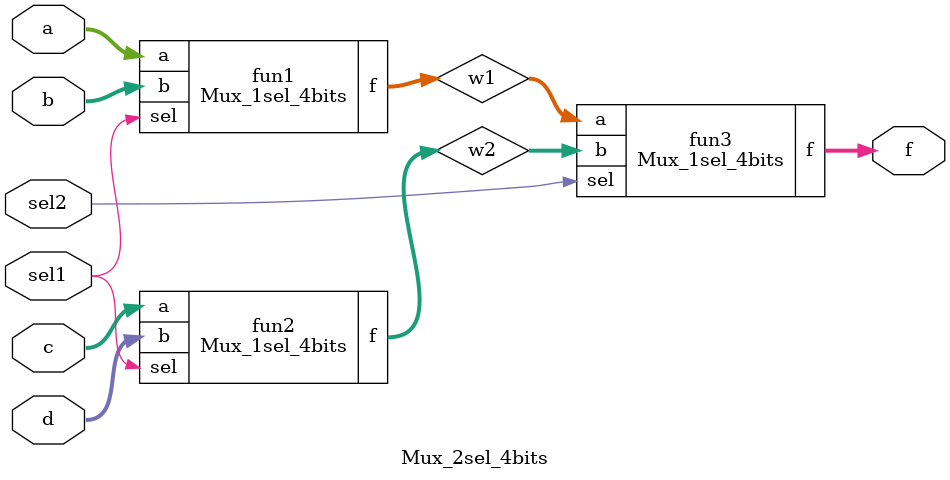
<source format=v>
`timescale 1ns/1ps

module Decode_and_Execute (op_code, rs, rt, rd);
input [3-1:0] op_code;
input [4-1:0] rs, rt;
output [4-1:0] rd;
wire [4-1:0] f1, f2, f3, f4, f5, f6, f7, f8;
wire [4-1:0] w1, w2;
// function 
add fun1(rs, rt, f1);
sub fun2(rs, rt, f2);
inc fun3(rs, rt, f3);
bitwise_nor fun4(rs, rt, f4);
bitwise_nand fun5(rs, rt, f5);
rs_div_4 fun6(rs, f6);
rs_mul_2 fun7(rs, f7);
mul fun8(rs, rt, f8);
// mux
Mux_2sel_4bits fun9(f1, f2, f3, f4, op_code[0], op_code[1], w1);
Mux_2sel_4bits fun10(f5, f6, f7, f8, op_code[0], op_code[1], w2);
Mux_1sel_4bits fun11(w1, w2, op_code[2], rd);
endmodule


// op_code = 000 / add function
module add(a, b, f);
input [4-1:0] a, b;
output [4-1:0] f;
wire [4-1:0] w;
fulladder fun1(a[0], b[0], 0, f[0], w[0]);                                           
fulladder fun2(a[1], b[1], w[0], f[1], w[1]);
fulladder fun3(a[2], b[2], w[1], f[2], w[2]);
fulladder fun4(a[3], b[3], w[2], f[3], w[3]);
endmodule
// op_code = 001 / sub function
module sub(a, b, f);
input [4-1:0] a, b;
output [4-1:0] f;
wire [4-1:0] tem;
wire [4-1:0] w;
xor_ fun1(b[0], 1, tem[0]);
xor_ fun2(b[1], 1, tem[1]);
xor_ fun3(b[2], 1, tem[2]);
xor_ fun4(b[3], 1, tem[3]);
fulladder fun5(a[0], tem[0], 1, f[0], w[0]);                                           
fulladder fun6(a[1], tem[1], w[0], f[1], w[1]);
fulladder fun7(a[2], tem[2], w[1], f[2], w[2]);
fulladder fun8(a[3], tem[3], w[2], f[3], w[3]);
endmodule
// op_code = 010 / inc function
module inc(a, b, f);
input [4-1:0] a, b;
output [4-1:0] f;
wire [4-1:0] w;
fulladder fun1(a[0], 1, 0, f[0], w[0]);                                           
fulladder fun2(a[1], 0, w[0], f[1], w[1]);
fulladder fun3(a[2], 0, w[1], f[2], w[2]);
fulladder fun4(a[3], 0, w[2], f[3], w[3]);
endmodule
// op_code = 011 / bitwise_nor function
module bitwise_nor(a, b, f);
input [4-1:0] a, b;
output [4-1:0] f;
nor nor1(f[0], a[0], b[0]);
nor nor2(f[1], a[1], b[1]);
nor nor3(f[2], a[2], b[2]);
nor nor4(f[3], a[3], b[3]);
endmodule
// op_code = 100 / bitwise_nand function
module bitwise_nand(a, b, f);
input [4-1:0] a, b;
output [4-1:0] f;
nand nand1(f[0], a[0], b[0]);
nand nand2(f[1], a[1], b[1]);
nand nand3(f[2], a[2], b[2]);
nand nand4(f[3], a[3], b[3]);
endmodule
// op_code = 101 / rs_div_4 function
module rs_div_4(a, f);
input [4-1:0] a;
output [4-1:0] f;
wire [2-1:0] w, w1;
or or1(w[1], a[3], 0);
or or2(w[0], a[2], 0);
or or3(f[0], w[0], 0);
or or4(f[1], w[1], 0);
and and3(f[2], 0, 0);
and and4(f[3], 0, 0);
endmodule
// op_code = 110 / rs_mul_2 function
module rs_mul_2(a, f);
input [4-1:0] a;
output [4-1:0] f;
wire [3-1:0] w;
or or1(w[2], a[2], 0);
or or2(w[1], a[1], 0);
or or3(w[0], a[0], 0);
or or4(f[3], w[2], 0);
or or5(f[2], w[1], 0);
or or6(f[1], w[0], 0);
and and1(f[0], 0, 0);
endmodule
// op_code = 111 / mul function
module mul(a, b, f);
input [4-1:0] a, b;
output [4-1:0] f;
wire [4-1:0] u, i, o, w, fl;
wire [6-1:0] sum;
wire cout1, cout2;
and and1(f[0], a[0], b[0]);
and and2(u[0], a[1], b[0]);
and and3(u[1], a[2], b[0]);
and and4(u[2], a[3], b[0]);
and and5(i[0], a[0], b[1]);
and and6(i[1], a[1], b[1]);
and and7(i[2], a[2], b[1]);
and and8(i[3], a[3], b[1]);
and and9(o[0], a[0], b[2]);
and and10(o[1], a[1], b[2]);
and and11(o[2], a[2], b[2]);
and and12(o[3], a[3], b[2]);
and and13(w[0], a[0], b[3]);
and and14(w[1], a[1], b[3]);
and and15(w[2], a[2], b[3]);
and and16(w[3], a[3], b[3]);
ripple_carry_adder r1(u[0], u[1], u[2], 0, i[0], i[1], i[2], i[3], f[1], sum[0], sum[1], sum[2], cout1);
ripple_carry_adder r2(sum[0], sum[1], sum[2], cout1, o[0], o[1], o[2], o[3], f[2], sum[3], sum[4], sum[5], cout2);
ripple_carry_adder r3(sum[3], sum[4], sum[5], cout2, w[0], w[1], w[2], w[3], f[3], fl[0], fl[1], fl[2], fl[3]);
endmodule



















module fulladder(a, b, cin, sum, cout);
input a, b, cin;
output sum, cout;
wire [3-1:0] w;
xor_ fun1(a, b, w[0]);
xor_ fun2(w[0], cin, sum);
and and1(w[1], cin, w[0]);
and and2(w[2], a, b);
or or1(cout, w[1], w[2]);
endmodule

module ripple_carry_adder(a1, a2, a3, a4, b1, b2, b3, b4, sum1, sum2, sum3, sum4, cout);
input a1, a2, a3, a4, b1, b2, b3, b4;
output sum1, sum2, sum3, sum4;
output cout;
wire [3-1:0] w;
fulladder fun1(a1, b1, 0, sum1, w[0]);                                           
fulladder fun2(a2, b2, w[0], sum2, w[1]);
fulladder fun3(a3, b3, w[1], sum3, w[2]);
fulladder fun4(a4, b4, w[2], sum4, cout);
endmodule

module xor_(a, b, f);
input a, b;
output f;
wire [4-1:0] w;
not not1(w[0], a);
not not2(w[1], b);
and and1(w[2], b, w[0]);
and and2(w[3], a, w[1]);
or or1(f, w[2], w[3]);
endmodule














module Mux_1sel_1bit(a, b, sel, f);         
input a, b;
input sel;
output f;
wire [2-1:0] w;
wire neg_sel;
not not1(neg_sel, sel);
and and1(w[0], a, neg_sel);             
and and2(w[1], b, sel);                
or or1(f, w[0], w[1]);               
endmodule

module Mux_1sel_4bits(a, b, sel, f);
input [4-1:0] a, b;
input sel;
output [4-1:0] f;
Mux_1sel_1bit fun11(a[0], b[0], sel, f[0]);
Mux_1sel_1bit fun12(a[1], b[1], sel, f[1]);
Mux_1sel_1bit fun13(a[2], b[2], sel, f[2]);
Mux_1sel_1bit fun14(a[3], b[3], sel, f[3]);
endmodule

module Mux_2sel_4bits(a, b, c, d, sel1, sel2, f);      
input [4-1:0] a, b, c, d;
input sel1, sel2;
output [4-1:0] f;
wire [4-1:0] w1, w2;
Mux_1sel_4bits fun1(a, b, sel1, w1);
Mux_1sel_4bits fun2(c, d, sel1, w2);
Mux_1sel_4bits fun3(w1, w2, sel2, f);
endmodule
</source>
